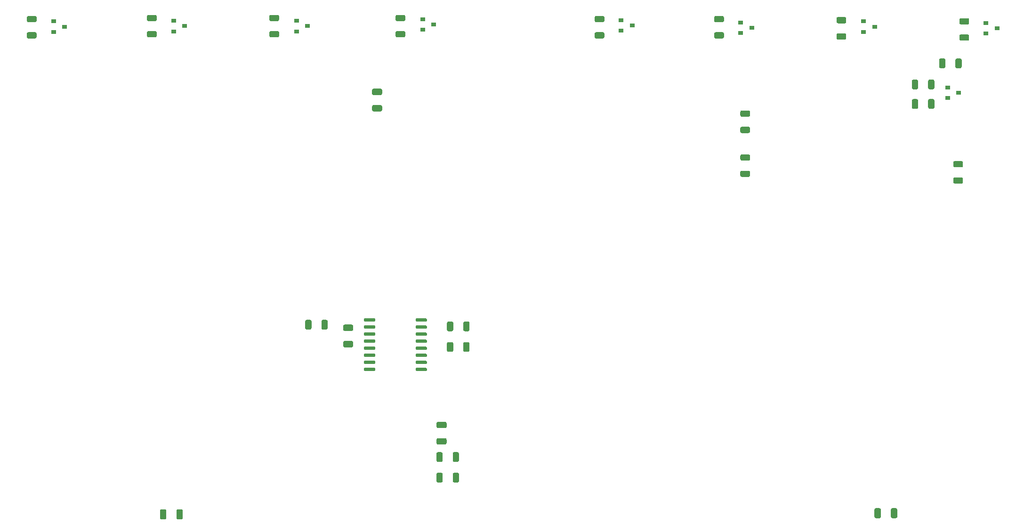
<source format=gtp>
G04 #@! TF.GenerationSoftware,KiCad,Pcbnew,(5.1.8)-1*
G04 #@! TF.CreationDate,2022-01-18T20:15:18+01:00*
G04 #@! TF.ProjectId,free_michelle_v1_0,66726565-5f6d-4696-9368-656c6c655f76,v1.0*
G04 #@! TF.SameCoordinates,Original*
G04 #@! TF.FileFunction,Paste,Top*
G04 #@! TF.FilePolarity,Positive*
%FSLAX46Y46*%
G04 Gerber Fmt 4.6, Leading zero omitted, Abs format (unit mm)*
G04 Created by KiCad (PCBNEW (5.1.8)-1) date 2022-01-18 20:15:18*
%MOMM*%
%LPD*%
G01*
G04 APERTURE LIST*
%ADD10R,0.900000X0.800000*%
G04 APERTURE END LIST*
G36*
G01*
X196125002Y-81800000D02*
X194874998Y-81800000D01*
G75*
G02*
X194625000Y-81550002I0J249998D01*
G01*
X194625000Y-80924998D01*
G75*
G02*
X194874998Y-80675000I249998J0D01*
G01*
X196125002Y-80675000D01*
G75*
G02*
X196375000Y-80924998I0J-249998D01*
G01*
X196375000Y-81550002D01*
G75*
G02*
X196125002Y-81800000I-249998J0D01*
G01*
G37*
G36*
G01*
X196125002Y-84725000D02*
X194874998Y-84725000D01*
G75*
G02*
X194625000Y-84475002I0J249998D01*
G01*
X194625000Y-83849998D01*
G75*
G02*
X194874998Y-83600000I249998J0D01*
G01*
X196125002Y-83600000D01*
G75*
G02*
X196375000Y-83849998I0J-249998D01*
G01*
X196375000Y-84475002D01*
G75*
G02*
X196125002Y-84725000I-249998J0D01*
G01*
G37*
G36*
G01*
X85149999Y-113025000D02*
X86450001Y-113025000D01*
G75*
G02*
X86700000Y-113274999I0J-249999D01*
G01*
X86700000Y-113925001D01*
G75*
G02*
X86450001Y-114175000I-249999J0D01*
G01*
X85149999Y-114175000D01*
G75*
G02*
X84900000Y-113925001I0J249999D01*
G01*
X84900000Y-113274999D01*
G75*
G02*
X85149999Y-113025000I249999J0D01*
G01*
G37*
G36*
G01*
X85149999Y-110075000D02*
X86450001Y-110075000D01*
G75*
G02*
X86700000Y-110324999I0J-249999D01*
G01*
X86700000Y-110975001D01*
G75*
G02*
X86450001Y-111225000I-249999J0D01*
G01*
X85149999Y-111225000D01*
G75*
G02*
X84900000Y-110975001I0J249999D01*
G01*
X84900000Y-110324999D01*
G75*
G02*
X85149999Y-110075000I249999J0D01*
G01*
G37*
G36*
G01*
X54900000Y-144850001D02*
X54900000Y-143549999D01*
G75*
G02*
X55149999Y-143300000I249999J0D01*
G01*
X55800001Y-143300000D01*
G75*
G02*
X56050000Y-143549999I0J-249999D01*
G01*
X56050000Y-144850001D01*
G75*
G02*
X55800001Y-145100000I-249999J0D01*
G01*
X55149999Y-145100000D01*
G75*
G02*
X54900000Y-144850001I0J249999D01*
G01*
G37*
G36*
G01*
X51950000Y-144850001D02*
X51950000Y-143549999D01*
G75*
G02*
X52199999Y-143300000I249999J0D01*
G01*
X52850001Y-143300000D01*
G75*
G02*
X53100000Y-143549999I0J-249999D01*
G01*
X53100000Y-144850001D01*
G75*
G02*
X52850001Y-145100000I-249999J0D01*
G01*
X52199999Y-145100000D01*
G75*
G02*
X51950000Y-144850001I0J249999D01*
G01*
G37*
G36*
G01*
X103250001Y-128700000D02*
X101949999Y-128700000D01*
G75*
G02*
X101700000Y-128450001I0J249999D01*
G01*
X101700000Y-127799999D01*
G75*
G02*
X101949999Y-127550000I249999J0D01*
G01*
X103250001Y-127550000D01*
G75*
G02*
X103500000Y-127799999I0J-249999D01*
G01*
X103500000Y-128450001D01*
G75*
G02*
X103250001Y-128700000I-249999J0D01*
G01*
G37*
G36*
G01*
X103250001Y-131650000D02*
X101949999Y-131650000D01*
G75*
G02*
X101700000Y-131400001I0J249999D01*
G01*
X101700000Y-130749999D01*
G75*
G02*
X101949999Y-130500000I249999J0D01*
G01*
X103250001Y-130500000D01*
G75*
G02*
X103500000Y-130749999I0J-249999D01*
G01*
X103500000Y-131400001D01*
G75*
G02*
X103250001Y-131650000I-249999J0D01*
G01*
G37*
G36*
G01*
X91650001Y-68800000D02*
X90349999Y-68800000D01*
G75*
G02*
X90100000Y-68550001I0J249999D01*
G01*
X90100000Y-67899999D01*
G75*
G02*
X90349999Y-67650000I249999J0D01*
G01*
X91650001Y-67650000D01*
G75*
G02*
X91900000Y-67899999I0J-249999D01*
G01*
X91900000Y-68550001D01*
G75*
G02*
X91650001Y-68800000I-249999J0D01*
G01*
G37*
G36*
G01*
X91650001Y-71750000D02*
X90349999Y-71750000D01*
G75*
G02*
X90100000Y-71500001I0J249999D01*
G01*
X90100000Y-70849999D01*
G75*
G02*
X90349999Y-70600000I249999J0D01*
G01*
X91650001Y-70600000D01*
G75*
G02*
X91900000Y-70849999I0J-249999D01*
G01*
X91900000Y-71500001D01*
G75*
G02*
X91650001Y-71750000I-249999J0D01*
G01*
G37*
G36*
G01*
X183400000Y-144650001D02*
X183400000Y-143349999D01*
G75*
G02*
X183649999Y-143100000I249999J0D01*
G01*
X184300001Y-143100000D01*
G75*
G02*
X184550000Y-143349999I0J-249999D01*
G01*
X184550000Y-144650001D01*
G75*
G02*
X184300001Y-144900000I-249999J0D01*
G01*
X183649999Y-144900000D01*
G75*
G02*
X183400000Y-144650001I0J249999D01*
G01*
G37*
G36*
G01*
X180450000Y-144650001D02*
X180450000Y-143349999D01*
G75*
G02*
X180699999Y-143100000I249999J0D01*
G01*
X181350001Y-143100000D01*
G75*
G02*
X181600000Y-143349999I0J-249999D01*
G01*
X181600000Y-144650001D01*
G75*
G02*
X181350001Y-144900000I-249999J0D01*
G01*
X180699999Y-144900000D01*
G75*
G02*
X180450000Y-144650001I0J249999D01*
G01*
G37*
D10*
X136900000Y-56300000D03*
X134900000Y-57250000D03*
X134900000Y-55350000D03*
X34800000Y-56500000D03*
X32800000Y-57450000D03*
X32800000Y-55550000D03*
X158400000Y-56700000D03*
X156400000Y-57650000D03*
X156400000Y-55750000D03*
X56400000Y-56400000D03*
X54400000Y-57350000D03*
X54400000Y-55450000D03*
X195600000Y-68400000D03*
X193600000Y-69350000D03*
X193600000Y-67450000D03*
X180500000Y-56500000D03*
X178500000Y-57450000D03*
X178500000Y-55550000D03*
X78500000Y-56400000D03*
X76500000Y-57350000D03*
X76500000Y-55450000D03*
X202500000Y-56800000D03*
X200500000Y-57750000D03*
X200500000Y-55850000D03*
X101200000Y-56100000D03*
X99200000Y-57050000D03*
X99200000Y-55150000D03*
G36*
G01*
X81000000Y-110725002D02*
X81000000Y-109474998D01*
G75*
G02*
X81249998Y-109225000I249998J0D01*
G01*
X81875002Y-109225000D01*
G75*
G02*
X82125000Y-109474998I0J-249998D01*
G01*
X82125000Y-110725002D01*
G75*
G02*
X81875002Y-110975000I-249998J0D01*
G01*
X81249998Y-110975000D01*
G75*
G02*
X81000000Y-110725002I0J249998D01*
G01*
G37*
G36*
G01*
X78075000Y-110725002D02*
X78075000Y-109474998D01*
G75*
G02*
X78324998Y-109225000I249998J0D01*
G01*
X78950002Y-109225000D01*
G75*
G02*
X79200000Y-109474998I0J-249998D01*
G01*
X79200000Y-110725002D01*
G75*
G02*
X78950002Y-110975000I-249998J0D01*
G01*
X78324998Y-110975000D01*
G75*
G02*
X78075000Y-110725002I0J249998D01*
G01*
G37*
G36*
G01*
X106500000Y-114725002D02*
X106500000Y-113474998D01*
G75*
G02*
X106749998Y-113225000I249998J0D01*
G01*
X107375002Y-113225000D01*
G75*
G02*
X107625000Y-113474998I0J-249998D01*
G01*
X107625000Y-114725002D01*
G75*
G02*
X107375002Y-114975000I-249998J0D01*
G01*
X106749998Y-114975000D01*
G75*
G02*
X106500000Y-114725002I0J249998D01*
G01*
G37*
G36*
G01*
X103575000Y-114725002D02*
X103575000Y-113474998D01*
G75*
G02*
X103824998Y-113225000I249998J0D01*
G01*
X104450002Y-113225000D01*
G75*
G02*
X104700000Y-113474998I0J-249998D01*
G01*
X104700000Y-114725002D01*
G75*
G02*
X104450002Y-114975000I-249998J0D01*
G01*
X103824998Y-114975000D01*
G75*
G02*
X103575000Y-114725002I0J249998D01*
G01*
G37*
G36*
G01*
X106500000Y-111025002D02*
X106500000Y-109774998D01*
G75*
G02*
X106749998Y-109525000I249998J0D01*
G01*
X107375002Y-109525000D01*
G75*
G02*
X107625000Y-109774998I0J-249998D01*
G01*
X107625000Y-111025002D01*
G75*
G02*
X107375002Y-111275000I-249998J0D01*
G01*
X106749998Y-111275000D01*
G75*
G02*
X106500000Y-111025002I0J249998D01*
G01*
G37*
G36*
G01*
X103575000Y-111025002D02*
X103575000Y-109774998D01*
G75*
G02*
X103824998Y-109525000I249998J0D01*
G01*
X104450002Y-109525000D01*
G75*
G02*
X104700000Y-109774998I0J-249998D01*
G01*
X104700000Y-111025002D01*
G75*
G02*
X104450002Y-111275000I-249998J0D01*
G01*
X103824998Y-111275000D01*
G75*
G02*
X103575000Y-111025002I0J249998D01*
G01*
G37*
G36*
G01*
X102800000Y-133274998D02*
X102800000Y-134525002D01*
G75*
G02*
X102550002Y-134775000I-249998J0D01*
G01*
X101924998Y-134775000D01*
G75*
G02*
X101675000Y-134525002I0J249998D01*
G01*
X101675000Y-133274998D01*
G75*
G02*
X101924998Y-133025000I249998J0D01*
G01*
X102550002Y-133025000D01*
G75*
G02*
X102800000Y-133274998I0J-249998D01*
G01*
G37*
G36*
G01*
X105725000Y-133274998D02*
X105725000Y-134525002D01*
G75*
G02*
X105475002Y-134775000I-249998J0D01*
G01*
X104849998Y-134775000D01*
G75*
G02*
X104600000Y-134525002I0J249998D01*
G01*
X104600000Y-133274998D01*
G75*
G02*
X104849998Y-133025000I249998J0D01*
G01*
X105475002Y-133025000D01*
G75*
G02*
X105725000Y-133274998I0J-249998D01*
G01*
G37*
G36*
G01*
X102800000Y-136974998D02*
X102800000Y-138225002D01*
G75*
G02*
X102550002Y-138475000I-249998J0D01*
G01*
X101924998Y-138475000D01*
G75*
G02*
X101675000Y-138225002I0J249998D01*
G01*
X101675000Y-136974998D01*
G75*
G02*
X101924998Y-136725000I249998J0D01*
G01*
X102550002Y-136725000D01*
G75*
G02*
X102800000Y-136974998I0J-249998D01*
G01*
G37*
G36*
G01*
X105725000Y-136974998D02*
X105725000Y-138225002D01*
G75*
G02*
X105475002Y-138475000I-249998J0D01*
G01*
X104849998Y-138475000D01*
G75*
G02*
X104600000Y-138225002I0J249998D01*
G01*
X104600000Y-136974998D01*
G75*
G02*
X104849998Y-136725000I249998J0D01*
G01*
X105475002Y-136725000D01*
G75*
G02*
X105725000Y-136974998I0J-249998D01*
G01*
G37*
G36*
G01*
X156574998Y-74500000D02*
X157825002Y-74500000D01*
G75*
G02*
X158075000Y-74749998I0J-249998D01*
G01*
X158075000Y-75375002D01*
G75*
G02*
X157825002Y-75625000I-249998J0D01*
G01*
X156574998Y-75625000D01*
G75*
G02*
X156325000Y-75375002I0J249998D01*
G01*
X156325000Y-74749998D01*
G75*
G02*
X156574998Y-74500000I249998J0D01*
G01*
G37*
G36*
G01*
X156574998Y-71575000D02*
X157825002Y-71575000D01*
G75*
G02*
X158075000Y-71824998I0J-249998D01*
G01*
X158075000Y-72450002D01*
G75*
G02*
X157825002Y-72700000I-249998J0D01*
G01*
X156574998Y-72700000D01*
G75*
G02*
X156325000Y-72450002I0J249998D01*
G01*
X156325000Y-71824998D01*
G75*
G02*
X156574998Y-71575000I249998J0D01*
G01*
G37*
G36*
G01*
X157825002Y-80600000D02*
X156574998Y-80600000D01*
G75*
G02*
X156325000Y-80350002I0J249998D01*
G01*
X156325000Y-79724998D01*
G75*
G02*
X156574998Y-79475000I249998J0D01*
G01*
X157825002Y-79475000D01*
G75*
G02*
X158075000Y-79724998I0J-249998D01*
G01*
X158075000Y-80350002D01*
G75*
G02*
X157825002Y-80600000I-249998J0D01*
G01*
G37*
G36*
G01*
X157825002Y-83525000D02*
X156574998Y-83525000D01*
G75*
G02*
X156325000Y-83275002I0J249998D01*
G01*
X156325000Y-82649998D01*
G75*
G02*
X156574998Y-82400000I249998J0D01*
G01*
X157825002Y-82400000D01*
G75*
G02*
X158075000Y-82649998I0J-249998D01*
G01*
X158075000Y-83275002D01*
G75*
G02*
X157825002Y-83525000I-249998J0D01*
G01*
G37*
G36*
G01*
X131625002Y-55700000D02*
X130374998Y-55700000D01*
G75*
G02*
X130125000Y-55450002I0J249998D01*
G01*
X130125000Y-54824998D01*
G75*
G02*
X130374998Y-54575000I249998J0D01*
G01*
X131625002Y-54575000D01*
G75*
G02*
X131875000Y-54824998I0J-249998D01*
G01*
X131875000Y-55450002D01*
G75*
G02*
X131625002Y-55700000I-249998J0D01*
G01*
G37*
G36*
G01*
X131625002Y-58625000D02*
X130374998Y-58625000D01*
G75*
G02*
X130125000Y-58375002I0J249998D01*
G01*
X130125000Y-57749998D01*
G75*
G02*
X130374998Y-57500000I249998J0D01*
G01*
X131625002Y-57500000D01*
G75*
G02*
X131875000Y-57749998I0J-249998D01*
G01*
X131875000Y-58375002D01*
G75*
G02*
X131625002Y-58625000I-249998J0D01*
G01*
G37*
G36*
G01*
X29525002Y-55700000D02*
X28274998Y-55700000D01*
G75*
G02*
X28025000Y-55450002I0J249998D01*
G01*
X28025000Y-54824998D01*
G75*
G02*
X28274998Y-54575000I249998J0D01*
G01*
X29525002Y-54575000D01*
G75*
G02*
X29775000Y-54824998I0J-249998D01*
G01*
X29775000Y-55450002D01*
G75*
G02*
X29525002Y-55700000I-249998J0D01*
G01*
G37*
G36*
G01*
X29525002Y-58625000D02*
X28274998Y-58625000D01*
G75*
G02*
X28025000Y-58375002I0J249998D01*
G01*
X28025000Y-57749998D01*
G75*
G02*
X28274998Y-57500000I249998J0D01*
G01*
X29525002Y-57500000D01*
G75*
G02*
X29775000Y-57749998I0J-249998D01*
G01*
X29775000Y-58375002D01*
G75*
G02*
X29525002Y-58625000I-249998J0D01*
G01*
G37*
G36*
G01*
X153125002Y-55700000D02*
X151874998Y-55700000D01*
G75*
G02*
X151625000Y-55450002I0J249998D01*
G01*
X151625000Y-54824998D01*
G75*
G02*
X151874998Y-54575000I249998J0D01*
G01*
X153125002Y-54575000D01*
G75*
G02*
X153375000Y-54824998I0J-249998D01*
G01*
X153375000Y-55450002D01*
G75*
G02*
X153125002Y-55700000I-249998J0D01*
G01*
G37*
G36*
G01*
X153125002Y-58625000D02*
X151874998Y-58625000D01*
G75*
G02*
X151625000Y-58375002I0J249998D01*
G01*
X151625000Y-57749998D01*
G75*
G02*
X151874998Y-57500000I249998J0D01*
G01*
X153125002Y-57500000D01*
G75*
G02*
X153375000Y-57749998I0J-249998D01*
G01*
X153375000Y-58375002D01*
G75*
G02*
X153125002Y-58625000I-249998J0D01*
G01*
G37*
G36*
G01*
X51125002Y-55500000D02*
X49874998Y-55500000D01*
G75*
G02*
X49625000Y-55250002I0J249998D01*
G01*
X49625000Y-54624998D01*
G75*
G02*
X49874998Y-54375000I249998J0D01*
G01*
X51125002Y-54375000D01*
G75*
G02*
X51375000Y-54624998I0J-249998D01*
G01*
X51375000Y-55250002D01*
G75*
G02*
X51125002Y-55500000I-249998J0D01*
G01*
G37*
G36*
G01*
X51125002Y-58425000D02*
X49874998Y-58425000D01*
G75*
G02*
X49625000Y-58175002I0J249998D01*
G01*
X49625000Y-57549998D01*
G75*
G02*
X49874998Y-57300000I249998J0D01*
G01*
X51125002Y-57300000D01*
G75*
G02*
X51375000Y-57549998I0J-249998D01*
G01*
X51375000Y-58175002D01*
G75*
G02*
X51125002Y-58425000I-249998J0D01*
G01*
G37*
G36*
G01*
X188300000Y-69774998D02*
X188300000Y-71025002D01*
G75*
G02*
X188050002Y-71275000I-249998J0D01*
G01*
X187424998Y-71275000D01*
G75*
G02*
X187175000Y-71025002I0J249998D01*
G01*
X187175000Y-69774998D01*
G75*
G02*
X187424998Y-69525000I249998J0D01*
G01*
X188050002Y-69525000D01*
G75*
G02*
X188300000Y-69774998I0J-249998D01*
G01*
G37*
G36*
G01*
X191225000Y-69774998D02*
X191225000Y-71025002D01*
G75*
G02*
X190975002Y-71275000I-249998J0D01*
G01*
X190349998Y-71275000D01*
G75*
G02*
X190100000Y-71025002I0J249998D01*
G01*
X190100000Y-69774998D01*
G75*
G02*
X190349998Y-69525000I249998J0D01*
G01*
X190975002Y-69525000D01*
G75*
G02*
X191225000Y-69774998I0J-249998D01*
G01*
G37*
G36*
G01*
X188300000Y-66274998D02*
X188300000Y-67525002D01*
G75*
G02*
X188050002Y-67775000I-249998J0D01*
G01*
X187424998Y-67775000D01*
G75*
G02*
X187175000Y-67525002I0J249998D01*
G01*
X187175000Y-66274998D01*
G75*
G02*
X187424998Y-66025000I249998J0D01*
G01*
X188050002Y-66025000D01*
G75*
G02*
X188300000Y-66274998I0J-249998D01*
G01*
G37*
G36*
G01*
X191225000Y-66274998D02*
X191225000Y-67525002D01*
G75*
G02*
X190975002Y-67775000I-249998J0D01*
G01*
X190349998Y-67775000D01*
G75*
G02*
X190100000Y-67525002I0J249998D01*
G01*
X190100000Y-66274998D01*
G75*
G02*
X190349998Y-66025000I249998J0D01*
G01*
X190975002Y-66025000D01*
G75*
G02*
X191225000Y-66274998I0J-249998D01*
G01*
G37*
G36*
G01*
X193200000Y-62474998D02*
X193200000Y-63725002D01*
G75*
G02*
X192950002Y-63975000I-249998J0D01*
G01*
X192324998Y-63975000D01*
G75*
G02*
X192075000Y-63725002I0J249998D01*
G01*
X192075000Y-62474998D01*
G75*
G02*
X192324998Y-62225000I249998J0D01*
G01*
X192950002Y-62225000D01*
G75*
G02*
X193200000Y-62474998I0J-249998D01*
G01*
G37*
G36*
G01*
X196125000Y-62474998D02*
X196125000Y-63725002D01*
G75*
G02*
X195875002Y-63975000I-249998J0D01*
G01*
X195249998Y-63975000D01*
G75*
G02*
X195000000Y-63725002I0J249998D01*
G01*
X195000000Y-62474998D01*
G75*
G02*
X195249998Y-62225000I249998J0D01*
G01*
X195875002Y-62225000D01*
G75*
G02*
X196125000Y-62474998I0J-249998D01*
G01*
G37*
G36*
G01*
X175125002Y-55900000D02*
X173874998Y-55900000D01*
G75*
G02*
X173625000Y-55650002I0J249998D01*
G01*
X173625000Y-55024998D01*
G75*
G02*
X173874998Y-54775000I249998J0D01*
G01*
X175125002Y-54775000D01*
G75*
G02*
X175375000Y-55024998I0J-249998D01*
G01*
X175375000Y-55650002D01*
G75*
G02*
X175125002Y-55900000I-249998J0D01*
G01*
G37*
G36*
G01*
X175125002Y-58825000D02*
X173874998Y-58825000D01*
G75*
G02*
X173625000Y-58575002I0J249998D01*
G01*
X173625000Y-57949998D01*
G75*
G02*
X173874998Y-57700000I249998J0D01*
G01*
X175125002Y-57700000D01*
G75*
G02*
X175375000Y-57949998I0J-249998D01*
G01*
X175375000Y-58575002D01*
G75*
G02*
X175125002Y-58825000I-249998J0D01*
G01*
G37*
G36*
G01*
X73125002Y-55500000D02*
X71874998Y-55500000D01*
G75*
G02*
X71625000Y-55250002I0J249998D01*
G01*
X71625000Y-54624998D01*
G75*
G02*
X71874998Y-54375000I249998J0D01*
G01*
X73125002Y-54375000D01*
G75*
G02*
X73375000Y-54624998I0J-249998D01*
G01*
X73375000Y-55250002D01*
G75*
G02*
X73125002Y-55500000I-249998J0D01*
G01*
G37*
G36*
G01*
X73125002Y-58425000D02*
X71874998Y-58425000D01*
G75*
G02*
X71625000Y-58175002I0J249998D01*
G01*
X71625000Y-57549998D01*
G75*
G02*
X71874998Y-57300000I249998J0D01*
G01*
X73125002Y-57300000D01*
G75*
G02*
X73375000Y-57549998I0J-249998D01*
G01*
X73375000Y-58175002D01*
G75*
G02*
X73125002Y-58425000I-249998J0D01*
G01*
G37*
G36*
G01*
X197225002Y-56100000D02*
X195974998Y-56100000D01*
G75*
G02*
X195725000Y-55850002I0J249998D01*
G01*
X195725000Y-55224998D01*
G75*
G02*
X195974998Y-54975000I249998J0D01*
G01*
X197225002Y-54975000D01*
G75*
G02*
X197475000Y-55224998I0J-249998D01*
G01*
X197475000Y-55850002D01*
G75*
G02*
X197225002Y-56100000I-249998J0D01*
G01*
G37*
G36*
G01*
X197225002Y-59025000D02*
X195974998Y-59025000D01*
G75*
G02*
X195725000Y-58775002I0J249998D01*
G01*
X195725000Y-58149998D01*
G75*
G02*
X195974998Y-57900000I249998J0D01*
G01*
X197225002Y-57900000D01*
G75*
G02*
X197475000Y-58149998I0J-249998D01*
G01*
X197475000Y-58775002D01*
G75*
G02*
X197225002Y-59025000I-249998J0D01*
G01*
G37*
G36*
G01*
X95825002Y-55500000D02*
X94574998Y-55500000D01*
G75*
G02*
X94325000Y-55250002I0J249998D01*
G01*
X94325000Y-54624998D01*
G75*
G02*
X94574998Y-54375000I249998J0D01*
G01*
X95825002Y-54375000D01*
G75*
G02*
X96075000Y-54624998I0J-249998D01*
G01*
X96075000Y-55250002D01*
G75*
G02*
X95825002Y-55500000I-249998J0D01*
G01*
G37*
G36*
G01*
X95825002Y-58425000D02*
X94574998Y-58425000D01*
G75*
G02*
X94325000Y-58175002I0J249998D01*
G01*
X94325000Y-57549998D01*
G75*
G02*
X94574998Y-57300000I249998J0D01*
G01*
X95825002Y-57300000D01*
G75*
G02*
X96075000Y-57549998I0J-249998D01*
G01*
X96075000Y-58175002D01*
G75*
G02*
X95825002Y-58425000I-249998J0D01*
G01*
G37*
G36*
G01*
X97925000Y-109405000D02*
X97925000Y-109105000D01*
G75*
G02*
X98075000Y-108955000I150000J0D01*
G01*
X99825000Y-108955000D01*
G75*
G02*
X99975000Y-109105000I0J-150000D01*
G01*
X99975000Y-109405000D01*
G75*
G02*
X99825000Y-109555000I-150000J0D01*
G01*
X98075000Y-109555000D01*
G75*
G02*
X97925000Y-109405000I0J150000D01*
G01*
G37*
G36*
G01*
X97925000Y-110675000D02*
X97925000Y-110375000D01*
G75*
G02*
X98075000Y-110225000I150000J0D01*
G01*
X99825000Y-110225000D01*
G75*
G02*
X99975000Y-110375000I0J-150000D01*
G01*
X99975000Y-110675000D01*
G75*
G02*
X99825000Y-110825000I-150000J0D01*
G01*
X98075000Y-110825000D01*
G75*
G02*
X97925000Y-110675000I0J150000D01*
G01*
G37*
G36*
G01*
X97925000Y-111945000D02*
X97925000Y-111645000D01*
G75*
G02*
X98075000Y-111495000I150000J0D01*
G01*
X99825000Y-111495000D01*
G75*
G02*
X99975000Y-111645000I0J-150000D01*
G01*
X99975000Y-111945000D01*
G75*
G02*
X99825000Y-112095000I-150000J0D01*
G01*
X98075000Y-112095000D01*
G75*
G02*
X97925000Y-111945000I0J150000D01*
G01*
G37*
G36*
G01*
X97925000Y-113215000D02*
X97925000Y-112915000D01*
G75*
G02*
X98075000Y-112765000I150000J0D01*
G01*
X99825000Y-112765000D01*
G75*
G02*
X99975000Y-112915000I0J-150000D01*
G01*
X99975000Y-113215000D01*
G75*
G02*
X99825000Y-113365000I-150000J0D01*
G01*
X98075000Y-113365000D01*
G75*
G02*
X97925000Y-113215000I0J150000D01*
G01*
G37*
G36*
G01*
X97925000Y-114485000D02*
X97925000Y-114185000D01*
G75*
G02*
X98075000Y-114035000I150000J0D01*
G01*
X99825000Y-114035000D01*
G75*
G02*
X99975000Y-114185000I0J-150000D01*
G01*
X99975000Y-114485000D01*
G75*
G02*
X99825000Y-114635000I-150000J0D01*
G01*
X98075000Y-114635000D01*
G75*
G02*
X97925000Y-114485000I0J150000D01*
G01*
G37*
G36*
G01*
X97925000Y-115755000D02*
X97925000Y-115455000D01*
G75*
G02*
X98075000Y-115305000I150000J0D01*
G01*
X99825000Y-115305000D01*
G75*
G02*
X99975000Y-115455000I0J-150000D01*
G01*
X99975000Y-115755000D01*
G75*
G02*
X99825000Y-115905000I-150000J0D01*
G01*
X98075000Y-115905000D01*
G75*
G02*
X97925000Y-115755000I0J150000D01*
G01*
G37*
G36*
G01*
X97925000Y-117025000D02*
X97925000Y-116725000D01*
G75*
G02*
X98075000Y-116575000I150000J0D01*
G01*
X99825000Y-116575000D01*
G75*
G02*
X99975000Y-116725000I0J-150000D01*
G01*
X99975000Y-117025000D01*
G75*
G02*
X99825000Y-117175000I-150000J0D01*
G01*
X98075000Y-117175000D01*
G75*
G02*
X97925000Y-117025000I0J150000D01*
G01*
G37*
G36*
G01*
X97925000Y-118295000D02*
X97925000Y-117995000D01*
G75*
G02*
X98075000Y-117845000I150000J0D01*
G01*
X99825000Y-117845000D01*
G75*
G02*
X99975000Y-117995000I0J-150000D01*
G01*
X99975000Y-118295000D01*
G75*
G02*
X99825000Y-118445000I-150000J0D01*
G01*
X98075000Y-118445000D01*
G75*
G02*
X97925000Y-118295000I0J150000D01*
G01*
G37*
G36*
G01*
X88625000Y-118295000D02*
X88625000Y-117995000D01*
G75*
G02*
X88775000Y-117845000I150000J0D01*
G01*
X90525000Y-117845000D01*
G75*
G02*
X90675000Y-117995000I0J-150000D01*
G01*
X90675000Y-118295000D01*
G75*
G02*
X90525000Y-118445000I-150000J0D01*
G01*
X88775000Y-118445000D01*
G75*
G02*
X88625000Y-118295000I0J150000D01*
G01*
G37*
G36*
G01*
X88625000Y-117025000D02*
X88625000Y-116725000D01*
G75*
G02*
X88775000Y-116575000I150000J0D01*
G01*
X90525000Y-116575000D01*
G75*
G02*
X90675000Y-116725000I0J-150000D01*
G01*
X90675000Y-117025000D01*
G75*
G02*
X90525000Y-117175000I-150000J0D01*
G01*
X88775000Y-117175000D01*
G75*
G02*
X88625000Y-117025000I0J150000D01*
G01*
G37*
G36*
G01*
X88625000Y-115755000D02*
X88625000Y-115455000D01*
G75*
G02*
X88775000Y-115305000I150000J0D01*
G01*
X90525000Y-115305000D01*
G75*
G02*
X90675000Y-115455000I0J-150000D01*
G01*
X90675000Y-115755000D01*
G75*
G02*
X90525000Y-115905000I-150000J0D01*
G01*
X88775000Y-115905000D01*
G75*
G02*
X88625000Y-115755000I0J150000D01*
G01*
G37*
G36*
G01*
X88625000Y-114485000D02*
X88625000Y-114185000D01*
G75*
G02*
X88775000Y-114035000I150000J0D01*
G01*
X90525000Y-114035000D01*
G75*
G02*
X90675000Y-114185000I0J-150000D01*
G01*
X90675000Y-114485000D01*
G75*
G02*
X90525000Y-114635000I-150000J0D01*
G01*
X88775000Y-114635000D01*
G75*
G02*
X88625000Y-114485000I0J150000D01*
G01*
G37*
G36*
G01*
X88625000Y-113215000D02*
X88625000Y-112915000D01*
G75*
G02*
X88775000Y-112765000I150000J0D01*
G01*
X90525000Y-112765000D01*
G75*
G02*
X90675000Y-112915000I0J-150000D01*
G01*
X90675000Y-113215000D01*
G75*
G02*
X90525000Y-113365000I-150000J0D01*
G01*
X88775000Y-113365000D01*
G75*
G02*
X88625000Y-113215000I0J150000D01*
G01*
G37*
G36*
G01*
X88625000Y-111945000D02*
X88625000Y-111645000D01*
G75*
G02*
X88775000Y-111495000I150000J0D01*
G01*
X90525000Y-111495000D01*
G75*
G02*
X90675000Y-111645000I0J-150000D01*
G01*
X90675000Y-111945000D01*
G75*
G02*
X90525000Y-112095000I-150000J0D01*
G01*
X88775000Y-112095000D01*
G75*
G02*
X88625000Y-111945000I0J150000D01*
G01*
G37*
G36*
G01*
X88625000Y-110675000D02*
X88625000Y-110375000D01*
G75*
G02*
X88775000Y-110225000I150000J0D01*
G01*
X90525000Y-110225000D01*
G75*
G02*
X90675000Y-110375000I0J-150000D01*
G01*
X90675000Y-110675000D01*
G75*
G02*
X90525000Y-110825000I-150000J0D01*
G01*
X88775000Y-110825000D01*
G75*
G02*
X88625000Y-110675000I0J150000D01*
G01*
G37*
G36*
G01*
X88625000Y-109405000D02*
X88625000Y-109105000D01*
G75*
G02*
X88775000Y-108955000I150000J0D01*
G01*
X90525000Y-108955000D01*
G75*
G02*
X90675000Y-109105000I0J-150000D01*
G01*
X90675000Y-109405000D01*
G75*
G02*
X90525000Y-109555000I-150000J0D01*
G01*
X88775000Y-109555000D01*
G75*
G02*
X88625000Y-109405000I0J150000D01*
G01*
G37*
M02*

</source>
